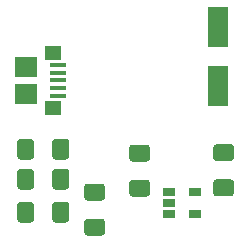
<source format=gbr>
G04 #@! TF.GenerationSoftware,KiCad,Pcbnew,5.1.6-c6e7f7d~86~ubuntu18.04.1*
G04 #@! TF.CreationDate,2020-05-25T21:41:21-07:00*
G04 #@! TF.ProjectId,usb_power,7573625f-706f-4776-9572-2e6b69636164,rev?*
G04 #@! TF.SameCoordinates,Original*
G04 #@! TF.FileFunction,Paste,Top*
G04 #@! TF.FilePolarity,Positive*
%FSLAX46Y46*%
G04 Gerber Fmt 4.6, Leading zero omitted, Abs format (unit mm)*
G04 Created by KiCad (PCBNEW 5.1.6-c6e7f7d~86~ubuntu18.04.1) date 2020-05-25 21:41:21*
%MOMM*%
%LPD*%
G01*
G04 APERTURE LIST*
%ADD10R,1.450000X1.150000*%
%ADD11R,1.900000X1.750000*%
%ADD12R,1.400000X0.400000*%
%ADD13R,1.800000X3.500000*%
%ADD14R,1.060000X0.650000*%
G04 APERTURE END LIST*
D10*
X154192000Y-92930000D03*
X154192000Y-97570000D03*
D11*
X151962000Y-94125000D03*
D12*
X154612000Y-95250000D03*
X154612000Y-95900000D03*
X154612000Y-96550000D03*
X154612000Y-93950000D03*
X154612000Y-94600000D03*
D11*
X151962000Y-96375000D03*
G36*
G01*
X152604500Y-100467000D02*
X152604500Y-101717000D01*
G75*
G02*
X152354500Y-101967000I-250000J0D01*
G01*
X151429500Y-101967000D01*
G75*
G02*
X151179500Y-101717000I0J250000D01*
G01*
X151179500Y-100467000D01*
G75*
G02*
X151429500Y-100217000I250000J0D01*
G01*
X152354500Y-100217000D01*
G75*
G02*
X152604500Y-100467000I0J-250000D01*
G01*
G37*
G36*
G01*
X155579500Y-100467000D02*
X155579500Y-101717000D01*
G75*
G02*
X155329500Y-101967000I-250000J0D01*
G01*
X154404500Y-101967000D01*
G75*
G02*
X154154500Y-101717000I0J250000D01*
G01*
X154154500Y-100467000D01*
G75*
G02*
X154404500Y-100217000I250000J0D01*
G01*
X155329500Y-100217000D01*
G75*
G02*
X155579500Y-100467000I0J-250000D01*
G01*
G37*
G36*
G01*
X157109000Y-106983500D02*
X158359000Y-106983500D01*
G75*
G02*
X158609000Y-107233500I0J-250000D01*
G01*
X158609000Y-108158500D01*
G75*
G02*
X158359000Y-108408500I-250000J0D01*
G01*
X157109000Y-108408500D01*
G75*
G02*
X156859000Y-108158500I0J250000D01*
G01*
X156859000Y-107233500D01*
G75*
G02*
X157109000Y-106983500I250000J0D01*
G01*
G37*
G36*
G01*
X157109000Y-104008500D02*
X158359000Y-104008500D01*
G75*
G02*
X158609000Y-104258500I0J-250000D01*
G01*
X158609000Y-105183500D01*
G75*
G02*
X158359000Y-105433500I-250000J0D01*
G01*
X157109000Y-105433500D01*
G75*
G02*
X156859000Y-105183500I0J250000D01*
G01*
X156859000Y-104258500D01*
G75*
G02*
X157109000Y-104008500I250000J0D01*
G01*
G37*
G36*
G01*
X154154500Y-104257000D02*
X154154500Y-103007000D01*
G75*
G02*
X154404500Y-102757000I250000J0D01*
G01*
X155329500Y-102757000D01*
G75*
G02*
X155579500Y-103007000I0J-250000D01*
G01*
X155579500Y-104257000D01*
G75*
G02*
X155329500Y-104507000I-250000J0D01*
G01*
X154404500Y-104507000D01*
G75*
G02*
X154154500Y-104257000I0J250000D01*
G01*
G37*
G36*
G01*
X151179500Y-104257000D02*
X151179500Y-103007000D01*
G75*
G02*
X151429500Y-102757000I250000J0D01*
G01*
X152354500Y-102757000D01*
G75*
G02*
X152604500Y-103007000I0J-250000D01*
G01*
X152604500Y-104257000D01*
G75*
G02*
X152354500Y-104507000I-250000J0D01*
G01*
X151429500Y-104507000D01*
G75*
G02*
X151179500Y-104257000I0J250000D01*
G01*
G37*
G36*
G01*
X154154500Y-107051000D02*
X154154500Y-105801000D01*
G75*
G02*
X154404500Y-105551000I250000J0D01*
G01*
X155329500Y-105551000D01*
G75*
G02*
X155579500Y-105801000I0J-250000D01*
G01*
X155579500Y-107051000D01*
G75*
G02*
X155329500Y-107301000I-250000J0D01*
G01*
X154404500Y-107301000D01*
G75*
G02*
X154154500Y-107051000I0J250000D01*
G01*
G37*
G36*
G01*
X151179500Y-107051000D02*
X151179500Y-105801000D01*
G75*
G02*
X151429500Y-105551000I250000J0D01*
G01*
X152354500Y-105551000D01*
G75*
G02*
X152604500Y-105801000I0J-250000D01*
G01*
X152604500Y-107051000D01*
G75*
G02*
X152354500Y-107301000I-250000J0D01*
G01*
X151429500Y-107301000D01*
G75*
G02*
X151179500Y-107051000I0J250000D01*
G01*
G37*
G36*
G01*
X160919000Y-100706500D02*
X162169000Y-100706500D01*
G75*
G02*
X162419000Y-100956500I0J-250000D01*
G01*
X162419000Y-101881500D01*
G75*
G02*
X162169000Y-102131500I-250000J0D01*
G01*
X160919000Y-102131500D01*
G75*
G02*
X160669000Y-101881500I0J250000D01*
G01*
X160669000Y-100956500D01*
G75*
G02*
X160919000Y-100706500I250000J0D01*
G01*
G37*
G36*
G01*
X160919000Y-103681500D02*
X162169000Y-103681500D01*
G75*
G02*
X162419000Y-103931500I0J-250000D01*
G01*
X162419000Y-104856500D01*
G75*
G02*
X162169000Y-105106500I-250000J0D01*
G01*
X160919000Y-105106500D01*
G75*
G02*
X160669000Y-104856500I0J250000D01*
G01*
X160669000Y-103931500D01*
G75*
G02*
X160919000Y-103681500I250000J0D01*
G01*
G37*
G36*
G01*
X168031000Y-103645000D02*
X169281000Y-103645000D01*
G75*
G02*
X169531000Y-103895000I0J-250000D01*
G01*
X169531000Y-104820000D01*
G75*
G02*
X169281000Y-105070000I-250000J0D01*
G01*
X168031000Y-105070000D01*
G75*
G02*
X167781000Y-104820000I0J250000D01*
G01*
X167781000Y-103895000D01*
G75*
G02*
X168031000Y-103645000I250000J0D01*
G01*
G37*
G36*
G01*
X168031000Y-100670000D02*
X169281000Y-100670000D01*
G75*
G02*
X169531000Y-100920000I0J-250000D01*
G01*
X169531000Y-101845000D01*
G75*
G02*
X169281000Y-102095000I-250000J0D01*
G01*
X168031000Y-102095000D01*
G75*
G02*
X167781000Y-101845000I0J250000D01*
G01*
X167781000Y-100920000D01*
G75*
G02*
X168031000Y-100670000I250000J0D01*
G01*
G37*
D13*
X168148000Y-95718000D03*
X168148000Y-90718000D03*
D14*
X164000000Y-104714000D03*
X164000000Y-105664000D03*
X164000000Y-106614000D03*
X166200000Y-106614000D03*
X166200000Y-104714000D03*
M02*

</source>
